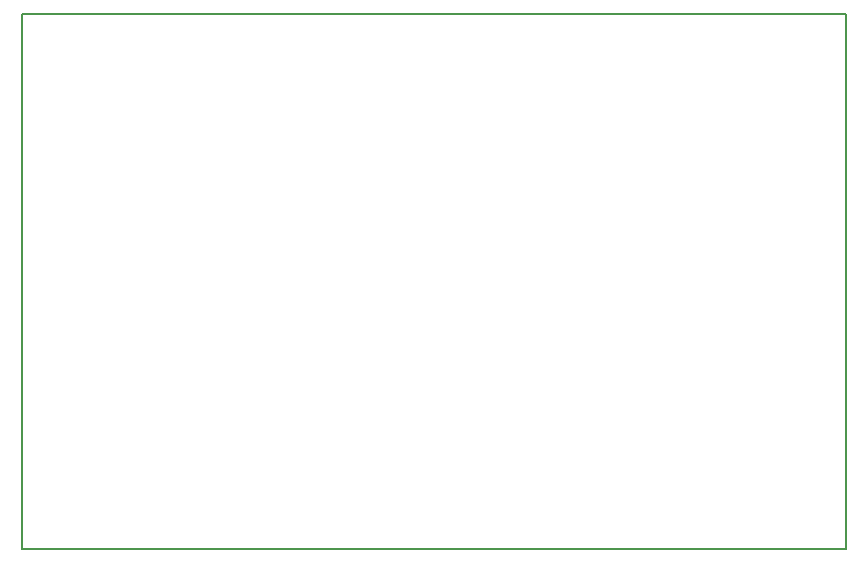
<source format=gbr>
%TF.GenerationSoftware,KiCad,Pcbnew,7.0.1*%
%TF.CreationDate,2023-09-18T10:22:05-04:00*%
%TF.ProjectId,Groove Coaster,47726f6f-7665-4204-936f-61737465722e,rev?*%
%TF.SameCoordinates,Original*%
%TF.FileFunction,Profile,NP*%
%FSLAX46Y46*%
G04 Gerber Fmt 4.6, Leading zero omitted, Abs format (unit mm)*
G04 Created by KiCad (PCBNEW 7.0.1) date 2023-09-18 10:22:05*
%MOMM*%
%LPD*%
G01*
G04 APERTURE LIST*
%TA.AperFunction,Profile*%
%ADD10C,0.200000*%
%TD*%
G04 APERTURE END LIST*
D10*
X68300000Y-40900000D02*
X138100000Y-40900000D01*
X138100000Y-86200000D01*
X68300000Y-86200000D01*
X68300000Y-40900000D01*
M02*

</source>
